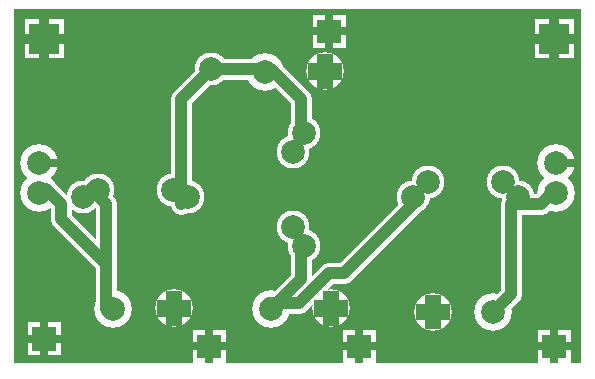
<source format=gbr>
%FSLAX34Y34*%
%MOMM*%
%LNCOPPER_BOTTOM*%
G71*
G01*
%ADD10C,2.800*%
%ADD11C,3.200*%
%ADD12C,2.800*%
%ADD13C,1.800*%
%ADD14C,0.667*%
%ADD15C,0.813*%
%ADD16C,1.380*%
%ADD17C,0.833*%
%ADD18C,2.000*%
%ADD19C,2.000*%
%ADD20C,1.000*%
%LPD*%
G36*
X0Y300000D02*
X480000Y300000D01*
X480000Y0D01*
X0Y0D01*
X0Y300000D01*
G37*
%LPC*%
X58010Y140509D02*
G54D10*
D03*
X146910Y140509D02*
G54D10*
D03*
X245335Y194484D02*
G54D10*
D03*
X245335Y99234D02*
G54D10*
D03*
X84040Y46207D02*
G54D11*
D03*
X135020Y46319D02*
G54D11*
D03*
X217390Y46207D02*
G54D11*
D03*
X268370Y46319D02*
G54D11*
D03*
X337410Y140509D02*
G54D10*
D03*
X426310Y140509D02*
G54D10*
D03*
X263360Y246975D02*
G54D11*
D03*
X212379Y246863D02*
G54D11*
D03*
X20691Y169166D02*
G54D11*
D03*
X20691Y143666D02*
G54D11*
D03*
X458841Y169166D02*
G54D11*
D03*
X458841Y143666D02*
G54D11*
D03*
X135020Y46319D02*
G54D12*
D03*
X268370Y46319D02*
G54D12*
D03*
G36*
X11400Y34600D02*
X39400Y34600D01*
X39400Y6600D01*
X11400Y6600D01*
X11400Y34600D01*
G37*
X263360Y246975D02*
G54D12*
D03*
X405805Y43419D02*
G54D11*
D03*
X354824Y43307D02*
G54D11*
D03*
X354824Y43307D02*
G54D12*
D03*
X70710Y146859D02*
G54D10*
D03*
X134210Y146859D02*
G54D10*
D03*
X235810Y115109D02*
G54D10*
D03*
X235810Y178609D02*
G54D10*
D03*
X350110Y153209D02*
G54D10*
D03*
X413610Y153209D02*
G54D10*
D03*
G36*
X8900Y291100D02*
X41900Y291100D01*
X41900Y258100D01*
X8900Y258100D01*
X8900Y291100D01*
G37*
G36*
X443200Y28250D02*
X471200Y28250D01*
X471200Y250D01*
X443200Y250D01*
X443200Y28250D01*
G37*
X166590Y249407D02*
G54D12*
D03*
G54D13*
X20691Y143666D02*
X26890Y147807D01*
X39590Y135107D01*
X39590Y122407D01*
X77690Y84307D01*
X77690Y46207D01*
X84040Y46207D01*
G54D13*
X70710Y146859D02*
X64990Y147807D01*
X77690Y135107D01*
X77690Y46207D01*
X84040Y46207D01*
G54D13*
X166590Y249407D02*
X141190Y224007D01*
X141190Y135107D01*
X146910Y140509D01*
G54D13*
X212379Y246863D02*
X217390Y249407D01*
X242790Y224007D01*
X242790Y198607D01*
X245335Y194484D01*
G54D13*
X166590Y249407D02*
X217390Y249407D01*
X212379Y246863D01*
G54D13*
X217390Y46207D02*
X242790Y71607D01*
X242790Y97007D01*
X245335Y99234D01*
G54D13*
X458841Y143666D02*
X458690Y147807D01*
X445990Y135107D01*
X420590Y135107D01*
X426310Y140509D01*
G54D13*
X405805Y43419D02*
X407890Y46207D01*
X420590Y58907D01*
X420590Y135107D01*
X426310Y140509D01*
G36*
X440700Y291100D02*
X473700Y291100D01*
X473700Y258100D01*
X440700Y258100D01*
X440700Y291100D01*
G37*
G36*
X278100Y28250D02*
X306100Y28250D01*
X306100Y250D01*
X278100Y250D01*
X278100Y28250D01*
G37*
G36*
X151100Y28250D02*
X179100Y28250D01*
X179100Y250D01*
X151100Y250D01*
X151100Y28250D01*
G37*
G36*
X252700Y294950D02*
X280700Y294950D01*
X280700Y266950D01*
X252700Y266950D01*
X252700Y294950D01*
G37*
G54D13*
X337410Y140509D02*
X342900Y139700D01*
X279400Y76200D01*
X266700Y76200D01*
X241300Y50800D01*
X215900Y50800D01*
X217390Y46207D01*
%LPD*%
G54D14*
G36*
X20691Y172500D02*
X37191Y172500D01*
X37191Y165833D01*
X20691Y165833D01*
X20691Y172500D01*
G37*
G54D15*
G54D14*
G36*
X458841Y172500D02*
X475341Y172500D01*
X475341Y165833D01*
X458841Y165833D01*
X458841Y172500D01*
G37*
G54D15*
G54D16*
G36*
X128120Y46319D02*
X128120Y60819D01*
X141920Y60819D01*
X141920Y46319D01*
X128120Y46319D01*
G37*
G36*
X135020Y53219D02*
X149520Y53219D01*
X149520Y39419D01*
X135020Y39419D01*
X135020Y53219D01*
G37*
G36*
X141920Y46319D02*
X141920Y31819D01*
X128120Y31819D01*
X128120Y46319D01*
X141920Y46319D01*
G37*
G36*
X135020Y39419D02*
X120520Y39419D01*
X120520Y53219D01*
X135020Y53219D01*
X135020Y39419D01*
G37*
G54D16*
G36*
X261470Y46319D02*
X261470Y60819D01*
X275270Y60819D01*
X275270Y46319D01*
X261470Y46319D01*
G37*
G36*
X268370Y53219D02*
X282870Y53219D01*
X282870Y39419D01*
X268370Y39419D01*
X268370Y53219D01*
G37*
G36*
X275270Y46319D02*
X275270Y31819D01*
X261470Y31819D01*
X261470Y46319D01*
X275270Y46319D01*
G37*
G36*
X268370Y39419D02*
X253870Y39419D01*
X253870Y53219D01*
X268370Y53219D01*
X268370Y39419D01*
G37*
G54D14*
G36*
X22067Y20600D02*
X22067Y35100D01*
X28733Y35100D01*
X28733Y20600D01*
X22067Y20600D01*
G37*
G36*
X25400Y23933D02*
X39900Y23933D01*
X39900Y17267D01*
X25400Y17267D01*
X25400Y23933D01*
G37*
G36*
X28733Y20600D02*
X28733Y6100D01*
X22067Y6100D01*
X22067Y20600D01*
X28733Y20600D01*
G37*
G36*
X25400Y17267D02*
X10900Y17267D01*
X10900Y23933D01*
X25400Y23933D01*
X25400Y17267D01*
G37*
G54D16*
G36*
X256460Y246975D02*
X256460Y261475D01*
X270260Y261475D01*
X270260Y246975D01*
X256460Y246975D01*
G37*
G36*
X263360Y253875D02*
X277860Y253875D01*
X277860Y240075D01*
X263360Y240075D01*
X263360Y253875D01*
G37*
G36*
X270260Y246975D02*
X270260Y232475D01*
X256460Y232475D01*
X256460Y246975D01*
X270260Y246975D01*
G37*
G36*
X263360Y240075D02*
X248860Y240075D01*
X248860Y253875D01*
X263360Y253875D01*
X263360Y240075D01*
G37*
G54D16*
G36*
X361724Y43307D02*
X361724Y28807D01*
X347924Y28807D01*
X347924Y43307D01*
X361724Y43307D01*
G37*
G36*
X354824Y36407D02*
X340324Y36407D01*
X340324Y50207D01*
X354824Y50207D01*
X354824Y36407D01*
G37*
G36*
X347924Y43307D02*
X347924Y57807D01*
X361724Y57807D01*
X361724Y43307D01*
X347924Y43307D01*
G37*
G36*
X354824Y50207D02*
X369324Y50207D01*
X369324Y36407D01*
X354824Y36407D01*
X354824Y50207D01*
G37*
G54D17*
G36*
X21233Y274600D02*
X21233Y291600D01*
X29567Y291600D01*
X29567Y274600D01*
X21233Y274600D01*
G37*
G36*
X25400Y278767D02*
X42400Y278767D01*
X42400Y270433D01*
X25400Y270433D01*
X25400Y278767D01*
G37*
G36*
X29567Y274600D02*
X29567Y257600D01*
X21233Y257600D01*
X21233Y274600D01*
X29567Y274600D01*
G37*
G36*
X25400Y270433D02*
X8400Y270433D01*
X8400Y278767D01*
X25400Y278767D01*
X25400Y270433D01*
G37*
G54D14*
G36*
X453867Y14250D02*
X453867Y28750D01*
X460533Y28750D01*
X460533Y14250D01*
X453867Y14250D01*
G37*
G36*
X457200Y17583D02*
X471700Y17583D01*
X471700Y10917D01*
X457200Y10917D01*
X457200Y17583D01*
G37*
G36*
X460533Y14250D02*
X460533Y-250D01*
X453867Y-250D01*
X453867Y14250D01*
X460533Y14250D01*
G37*
G36*
X457200Y10917D02*
X442700Y10917D01*
X442700Y17583D01*
X457200Y17583D01*
X457200Y10917D01*
G37*
G54D17*
G36*
X453033Y274600D02*
X453033Y291600D01*
X461367Y291600D01*
X461367Y274600D01*
X453033Y274600D01*
G37*
G36*
X457200Y278767D02*
X474200Y278767D01*
X474200Y270433D01*
X457200Y270433D01*
X457200Y278767D01*
G37*
G36*
X461367Y274600D02*
X461367Y257600D01*
X453033Y257600D01*
X453033Y274600D01*
X461367Y274600D01*
G37*
G36*
X457200Y270433D02*
X440200Y270433D01*
X440200Y278767D01*
X457200Y278767D01*
X457200Y270433D01*
G37*
G54D14*
G36*
X288767Y14250D02*
X288767Y28750D01*
X295433Y28750D01*
X295433Y14250D01*
X288767Y14250D01*
G37*
G36*
X292100Y17583D02*
X306600Y17583D01*
X306600Y10917D01*
X292100Y10917D01*
X292100Y17583D01*
G37*
G36*
X295433Y14250D02*
X295433Y-250D01*
X288767Y-250D01*
X288767Y14250D01*
X295433Y14250D01*
G37*
G36*
X292100Y10917D02*
X277600Y10917D01*
X277600Y17583D01*
X292100Y17583D01*
X292100Y10917D01*
G37*
G54D14*
G36*
X161767Y14250D02*
X161767Y28750D01*
X168433Y28750D01*
X168433Y14250D01*
X161767Y14250D01*
G37*
G36*
X165100Y17583D02*
X179600Y17583D01*
X179600Y10917D01*
X165100Y10917D01*
X165100Y17583D01*
G37*
G36*
X168433Y14250D02*
X168433Y-250D01*
X161767Y-250D01*
X161767Y14250D01*
X168433Y14250D01*
G37*
G36*
X165100Y10917D02*
X150600Y10917D01*
X150600Y17583D01*
X165100Y17583D01*
X165100Y10917D01*
G37*
G54D14*
G36*
X263367Y280950D02*
X263367Y295450D01*
X270033Y295450D01*
X270033Y280950D01*
X263367Y280950D01*
G37*
G36*
X266700Y284283D02*
X281200Y284283D01*
X281200Y277617D01*
X266700Y277617D01*
X266700Y284283D01*
G37*
G36*
X270033Y280950D02*
X270033Y266450D01*
X263367Y266450D01*
X263367Y280950D01*
X270033Y280950D01*
G37*
G36*
X266700Y277617D02*
X252200Y277617D01*
X252200Y284283D01*
X266700Y284283D01*
X266700Y277617D01*
G37*
X58010Y140509D02*
G54D18*
D03*
X146910Y140509D02*
G54D18*
D03*
X245335Y194484D02*
G54D18*
D03*
X245335Y99234D02*
G54D18*
D03*
X84040Y46207D02*
G54D19*
D03*
X135020Y46319D02*
G54D19*
D03*
X217390Y46207D02*
G54D19*
D03*
X268370Y46319D02*
G54D19*
D03*
X337410Y140509D02*
G54D18*
D03*
X426310Y140509D02*
G54D18*
D03*
X263360Y246975D02*
G54D19*
D03*
X212379Y246863D02*
G54D19*
D03*
X20691Y169166D02*
G54D19*
D03*
X20691Y143666D02*
G54D19*
D03*
X458841Y169166D02*
G54D19*
D03*
X458841Y143666D02*
G54D19*
D03*
X135020Y46319D02*
G54D19*
D03*
X268370Y46319D02*
G54D19*
D03*
G36*
X15400Y30600D02*
X35400Y30600D01*
X35400Y10600D01*
X15400Y10600D01*
X15400Y30600D01*
G37*
X263360Y246975D02*
G54D19*
D03*
X405805Y43419D02*
G54D19*
D03*
X354824Y43307D02*
G54D19*
D03*
X354824Y43307D02*
G54D19*
D03*
X70710Y146859D02*
G54D18*
D03*
X134210Y146859D02*
G54D18*
D03*
X235810Y115109D02*
G54D18*
D03*
X235810Y178609D02*
G54D18*
D03*
X350110Y153209D02*
G54D18*
D03*
X413610Y153209D02*
G54D18*
D03*
G36*
X12900Y287100D02*
X37900Y287100D01*
X37900Y262100D01*
X12900Y262100D01*
X12900Y287100D01*
G37*
G36*
X447200Y24250D02*
X467200Y24250D01*
X467200Y4250D01*
X447200Y4250D01*
X447200Y24250D01*
G37*
X166590Y249407D02*
G54D19*
D03*
G54D20*
X20691Y143666D02*
X26890Y147807D01*
X39590Y135107D01*
X39590Y122407D01*
X77690Y84307D01*
X77690Y46207D01*
X84040Y46207D01*
G54D20*
X70710Y146859D02*
X64990Y147807D01*
X77690Y135107D01*
X77690Y46207D01*
X84040Y46207D01*
G54D20*
X166590Y249407D02*
X141190Y224007D01*
X141190Y135107D01*
X146910Y140509D01*
G54D20*
X212379Y246863D02*
X217390Y249407D01*
X242790Y224007D01*
X242790Y198607D01*
X245335Y194484D01*
G54D20*
X166590Y249407D02*
X217390Y249407D01*
X212379Y246863D01*
G54D20*
X217390Y46207D02*
X242790Y71607D01*
X242790Y97007D01*
X245335Y99234D01*
G54D20*
X458841Y143666D02*
X458690Y147807D01*
X445990Y135107D01*
X420590Y135107D01*
X426310Y140509D01*
G54D20*
X405805Y43419D02*
X407890Y46207D01*
X420590Y58907D01*
X420590Y135107D01*
X426310Y140509D01*
G36*
X444700Y287100D02*
X469700Y287100D01*
X469700Y262100D01*
X444700Y262100D01*
X444700Y287100D01*
G37*
G36*
X282100Y24250D02*
X302100Y24250D01*
X302100Y4250D01*
X282100Y4250D01*
X282100Y24250D01*
G37*
G36*
X155100Y24250D02*
X175100Y24250D01*
X175100Y4250D01*
X155100Y4250D01*
X155100Y24250D01*
G37*
G36*
X256700Y290950D02*
X276700Y290950D01*
X276700Y270950D01*
X256700Y270950D01*
X256700Y290950D01*
G37*
G54D20*
X337410Y140509D02*
X342900Y139700D01*
X279400Y76200D01*
X266700Y76200D01*
X241300Y50800D01*
X215900Y50800D01*
X217390Y46207D01*
M02*

</source>
